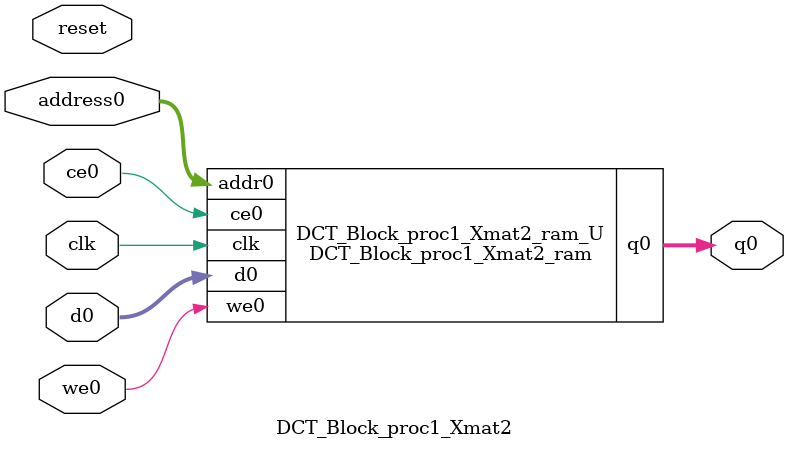
<source format=v>

`timescale 1 ns / 1 ps
module DCT_Block_proc1_Xmat2_ram (addr0, ce0, d0, we0, q0,  clk);

parameter DWIDTH = 32;
parameter AWIDTH = 6;
parameter MEM_SIZE = 64;

input[AWIDTH-1:0] addr0;
input ce0;
input[DWIDTH-1:0] d0;
input we0;
output reg[DWIDTH-1:0] q0;
input clk;

(* ram_style = "block" *)reg [DWIDTH-1:0] ram[MEM_SIZE-1:0];




always @(posedge clk)  
begin 
    if (ce0) 
    begin
        if (we0) 
        begin 
            ram[addr0] <= d0; 
            q0 <= d0;
        end 
        else 
            q0 <= ram[addr0];
    end
end


endmodule


`timescale 1 ns / 1 ps
module DCT_Block_proc1_Xmat2(
    reset,
    clk,
    address0,
    ce0,
    we0,
    d0,
    q0);

parameter DataWidth = 32'd32;
parameter AddressRange = 32'd64;
parameter AddressWidth = 32'd6;
input reset;
input clk;
input[AddressWidth - 1:0] address0;
input ce0;
input we0;
input[DataWidth - 1:0] d0;
output[DataWidth - 1:0] q0;



DCT_Block_proc1_Xmat2_ram DCT_Block_proc1_Xmat2_ram_U(
    .clk( clk ),
    .addr0( address0 ),
    .ce0( ce0 ),
    .d0( d0 ),
    .we0( we0 ),
    .q0( q0 ));

endmodule


</source>
